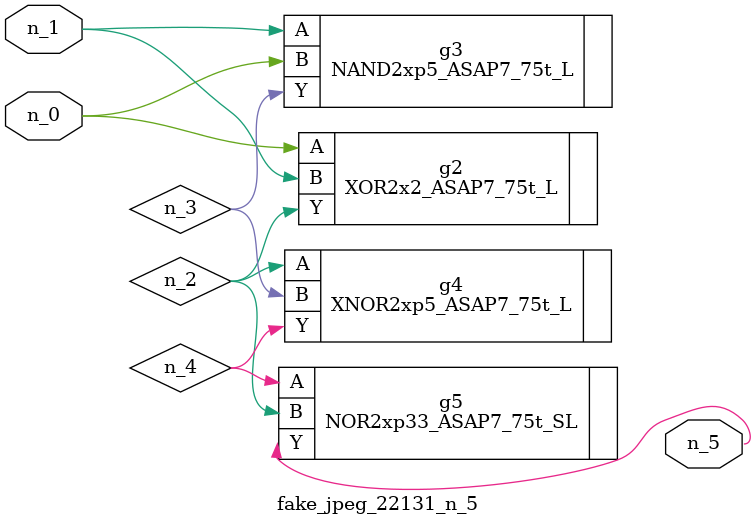
<source format=v>
module fake_jpeg_22131_n_5 (n_0, n_1, n_5);

input n_0;
input n_1;

output n_5;

wire n_3;
wire n_2;
wire n_4;

XOR2x2_ASAP7_75t_L g2 ( 
.A(n_0),
.B(n_1),
.Y(n_2)
);

NAND2xp5_ASAP7_75t_L g3 ( 
.A(n_1),
.B(n_0),
.Y(n_3)
);

XNOR2xp5_ASAP7_75t_L g4 ( 
.A(n_2),
.B(n_3),
.Y(n_4)
);

NOR2xp33_ASAP7_75t_SL g5 ( 
.A(n_4),
.B(n_2),
.Y(n_5)
);


endmodule
</source>
